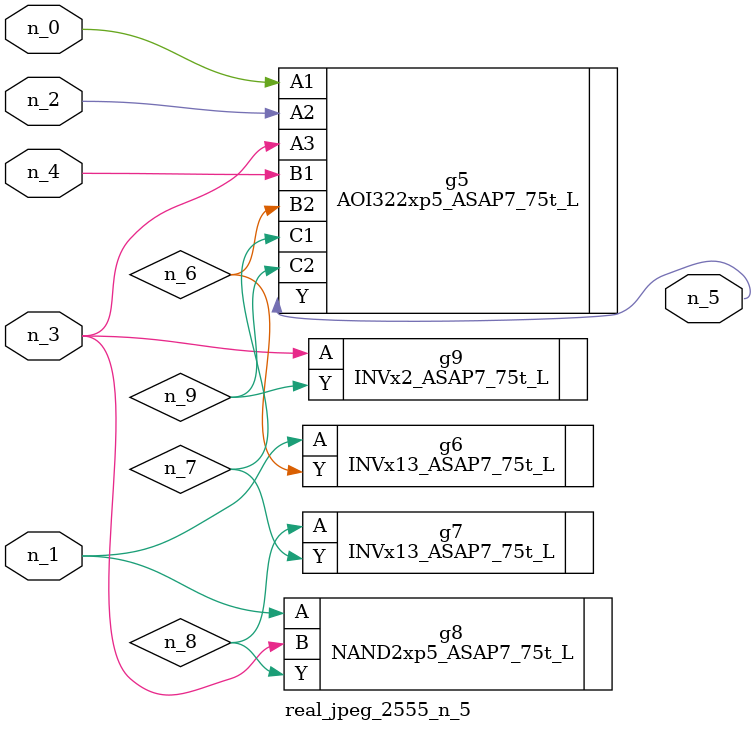
<source format=v>
module real_jpeg_2555_n_5 (n_4, n_0, n_1, n_2, n_3, n_5);

input n_4;
input n_0;
input n_1;
input n_2;
input n_3;

output n_5;

wire n_8;
wire n_6;
wire n_7;
wire n_9;

AOI322xp5_ASAP7_75t_L g5 ( 
.A1(n_0),
.A2(n_2),
.A3(n_3),
.B1(n_4),
.B2(n_6),
.C1(n_7),
.C2(n_9),
.Y(n_5)
);

INVx13_ASAP7_75t_L g6 ( 
.A(n_1),
.Y(n_6)
);

NAND2xp5_ASAP7_75t_L g8 ( 
.A(n_1),
.B(n_3),
.Y(n_8)
);

INVx2_ASAP7_75t_L g9 ( 
.A(n_3),
.Y(n_9)
);

INVx13_ASAP7_75t_L g7 ( 
.A(n_8),
.Y(n_7)
);


endmodule
</source>
